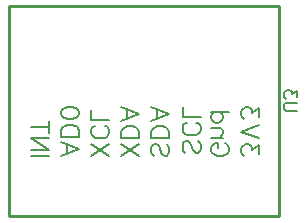
<source format=gbo>
G04 Layer: BottomSilkLayer*
G04 EasyEDA v6.4.25, 2022-03-11T05:41:43+01:00*
G04 Gerber Generator version 0.2*
G04 Scale: 100 percent, Rotated: No, Reflected: No *
G04 Dimensions in millimeters *
G04 leading zeros omitted , absolute positions ,4 integer and 5 decimal *
%FSLAX45Y45*%
%MOMM*%

%ADD10C,0.2540*%
%ADD22C,0.1524*%
%ADD25C,0.2032*%

%LPD*%
D22*
X4698491Y5702300D02*
G01*
X4620513Y5702300D01*
X4605020Y5707379D01*
X4594606Y5717794D01*
X4589525Y5733542D01*
X4589525Y5743955D01*
X4594606Y5759450D01*
X4605020Y5769863D01*
X4620513Y5774944D01*
X4698491Y5774944D01*
X4698491Y5819647D02*
G01*
X4698491Y5876797D01*
X4656836Y5845810D01*
X4656836Y5861304D01*
X4651756Y5871718D01*
X4646675Y5876797D01*
X4630927Y5882131D01*
X4620513Y5882131D01*
X4605020Y5876797D01*
X4594606Y5866384D01*
X4589525Y5850889D01*
X4589525Y5835395D01*
X4594606Y5819647D01*
X4599686Y5814568D01*
X4610100Y5809234D01*
D25*
X4379975Y5335778D02*
G01*
X4379975Y5415787D01*
X4321809Y5372100D01*
X4321809Y5393944D01*
X4314443Y5408676D01*
X4307077Y5415787D01*
X4285234Y5423154D01*
X4270756Y5423154D01*
X4248911Y5415787D01*
X4234434Y5401310D01*
X4227068Y5379465D01*
X4227068Y5357621D01*
X4234434Y5335778D01*
X4241800Y5328665D01*
X4256277Y5321300D01*
X4379975Y5471160D02*
G01*
X4227068Y5529326D01*
X4379975Y5587492D02*
G01*
X4227068Y5529326D01*
X4379975Y5649976D02*
G01*
X4379975Y5729986D01*
X4321809Y5686297D01*
X4321809Y5708142D01*
X4314443Y5722873D01*
X4307077Y5729986D01*
X4285234Y5737352D01*
X4270756Y5737352D01*
X4248911Y5729986D01*
X4234434Y5715507D01*
X4227068Y5693663D01*
X4227068Y5671820D01*
X4234434Y5649976D01*
X4241800Y5642863D01*
X4256277Y5635497D01*
X4089400Y5430265D02*
G01*
X4104131Y5423154D01*
X4118609Y5408676D01*
X4125975Y5393944D01*
X4125975Y5364987D01*
X4118609Y5350510D01*
X4104131Y5335778D01*
X4089400Y5328665D01*
X4067809Y5321300D01*
X4031234Y5321300D01*
X4009390Y5328665D01*
X3994911Y5335778D01*
X3980434Y5350510D01*
X3973068Y5364987D01*
X3973068Y5393944D01*
X3980434Y5408676D01*
X3994911Y5423154D01*
X4009390Y5430265D01*
X4031234Y5430265D01*
X4031234Y5393944D02*
G01*
X4031234Y5430265D01*
X4074922Y5478271D02*
G01*
X3973068Y5478271D01*
X4045965Y5478271D02*
G01*
X4067809Y5500115D01*
X4074922Y5514847D01*
X4074922Y5536692D01*
X4067809Y5551170D01*
X4045965Y5558281D01*
X3973068Y5558281D01*
X4125975Y5693663D02*
G01*
X3973068Y5693663D01*
X4053077Y5693663D02*
G01*
X4067809Y5679186D01*
X4074922Y5664454D01*
X4074922Y5642863D01*
X4067809Y5628131D01*
X4053077Y5613654D01*
X4031234Y5606287D01*
X4016756Y5606287D01*
X3994911Y5613654D01*
X3980434Y5628131D01*
X3973068Y5642863D01*
X3973068Y5664454D01*
X3980434Y5679186D01*
X3994911Y5693663D01*
X3862831Y5448554D02*
G01*
X3877309Y5434076D01*
X3884675Y5412231D01*
X3884675Y5383021D01*
X3877309Y5361178D01*
X3862831Y5346700D01*
X3848100Y5346700D01*
X3833622Y5354065D01*
X3826509Y5361178D01*
X3819143Y5375910D01*
X3804665Y5419344D01*
X3797300Y5434076D01*
X3789934Y5441187D01*
X3775456Y5448554D01*
X3753611Y5448554D01*
X3739134Y5434076D01*
X3731768Y5412231D01*
X3731768Y5383021D01*
X3739134Y5361178D01*
X3753611Y5346700D01*
X3848100Y5605526D02*
G01*
X3862831Y5598413D01*
X3877309Y5583681D01*
X3884675Y5569204D01*
X3884675Y5540247D01*
X3877309Y5525515D01*
X3862831Y5511037D01*
X3848100Y5503671D01*
X3826509Y5496560D01*
X3789934Y5496560D01*
X3768090Y5503671D01*
X3753611Y5511037D01*
X3739134Y5525515D01*
X3731768Y5540247D01*
X3731768Y5569204D01*
X3739134Y5583681D01*
X3753611Y5598413D01*
X3768090Y5605526D01*
X3884675Y5653531D02*
G01*
X3731768Y5653531D01*
X3731768Y5653531D02*
G01*
X3731768Y5740907D01*
X3596131Y5423154D02*
G01*
X3610609Y5408676D01*
X3617975Y5386831D01*
X3617975Y5357621D01*
X3610609Y5335778D01*
X3596131Y5321300D01*
X3581400Y5321300D01*
X3566922Y5328665D01*
X3559809Y5335778D01*
X3552443Y5350510D01*
X3537965Y5393944D01*
X3530600Y5408676D01*
X3523234Y5415787D01*
X3508756Y5423154D01*
X3486911Y5423154D01*
X3472434Y5408676D01*
X3465068Y5386831D01*
X3465068Y5357621D01*
X3472434Y5335778D01*
X3486911Y5321300D01*
X3617975Y5471160D02*
G01*
X3465068Y5471160D01*
X3617975Y5471160D02*
G01*
X3617975Y5521960D01*
X3610609Y5543804D01*
X3596131Y5558281D01*
X3581400Y5565647D01*
X3559809Y5573013D01*
X3523234Y5573013D01*
X3501390Y5565647D01*
X3486911Y5558281D01*
X3472434Y5543804D01*
X3465068Y5521960D01*
X3465068Y5471160D01*
X3617975Y5679186D02*
G01*
X3465068Y5621020D01*
X3617975Y5679186D02*
G01*
X3465068Y5737352D01*
X3516122Y5642863D02*
G01*
X3516122Y5715507D01*
X3363975Y5321300D02*
G01*
X3211068Y5423154D01*
X3363975Y5423154D02*
G01*
X3211068Y5321300D01*
X3363975Y5471160D02*
G01*
X3211068Y5471160D01*
X3363975Y5471160D02*
G01*
X3363975Y5521960D01*
X3356609Y5543804D01*
X3342131Y5558281D01*
X3327400Y5565647D01*
X3305809Y5573013D01*
X3269234Y5573013D01*
X3247390Y5565647D01*
X3232911Y5558281D01*
X3218434Y5543804D01*
X3211068Y5521960D01*
X3211068Y5471160D01*
X3363975Y5679186D02*
G01*
X3211068Y5621020D01*
X3363975Y5679186D02*
G01*
X3211068Y5737352D01*
X3262122Y5642863D02*
G01*
X3262122Y5715507D01*
X3109975Y5321300D02*
G01*
X2957068Y5423154D01*
X3109975Y5423154D02*
G01*
X2957068Y5321300D01*
X3073400Y5580126D02*
G01*
X3088131Y5573013D01*
X3102609Y5558281D01*
X3109975Y5543804D01*
X3109975Y5514847D01*
X3102609Y5500115D01*
X3088131Y5485637D01*
X3073400Y5478271D01*
X3051809Y5471160D01*
X3015234Y5471160D01*
X2993390Y5478271D01*
X2978911Y5485637D01*
X2964434Y5500115D01*
X2957068Y5514847D01*
X2957068Y5543804D01*
X2964434Y5558281D01*
X2978911Y5573013D01*
X2993390Y5580126D01*
X3109975Y5628131D02*
G01*
X2957068Y5628131D01*
X2957068Y5628131D02*
G01*
X2957068Y5715507D01*
X2855975Y5379465D02*
G01*
X2703068Y5321300D01*
X2855975Y5379465D02*
G01*
X2703068Y5437631D01*
X2754122Y5343144D02*
G01*
X2754122Y5415787D01*
X2855975Y5485637D02*
G01*
X2703068Y5485637D01*
X2855975Y5485637D02*
G01*
X2855975Y5536692D01*
X2848609Y5558281D01*
X2834131Y5573013D01*
X2819400Y5580126D01*
X2797809Y5587492D01*
X2761234Y5587492D01*
X2739390Y5580126D01*
X2724911Y5573013D01*
X2710434Y5558281D01*
X2703068Y5536692D01*
X2703068Y5485637D01*
X2855975Y5679186D02*
G01*
X2848609Y5657342D01*
X2826765Y5642863D01*
X2790443Y5635497D01*
X2768600Y5635497D01*
X2732277Y5642863D01*
X2710434Y5657342D01*
X2703068Y5679186D01*
X2703068Y5693663D01*
X2710434Y5715507D01*
X2732277Y5729986D01*
X2768600Y5737352D01*
X2790443Y5737352D01*
X2826765Y5729986D01*
X2848609Y5715507D01*
X2855975Y5693663D01*
X2855975Y5679186D01*
X2601975Y5321300D02*
G01*
X2449068Y5321300D01*
X2601975Y5369305D02*
G01*
X2449068Y5369305D01*
X2601975Y5369305D02*
G01*
X2449068Y5471160D01*
X2601975Y5471160D02*
G01*
X2449068Y5471160D01*
X2601975Y5569965D02*
G01*
X2449068Y5569965D01*
X2601975Y5519165D02*
G01*
X2601975Y5621020D01*
D10*
X4546600Y4813300D02*
G01*
X4546600Y6591300D01*
X2260600Y6591300D01*
X2260600Y4813300D01*
X4546600Y4813300D01*
M02*

</source>
